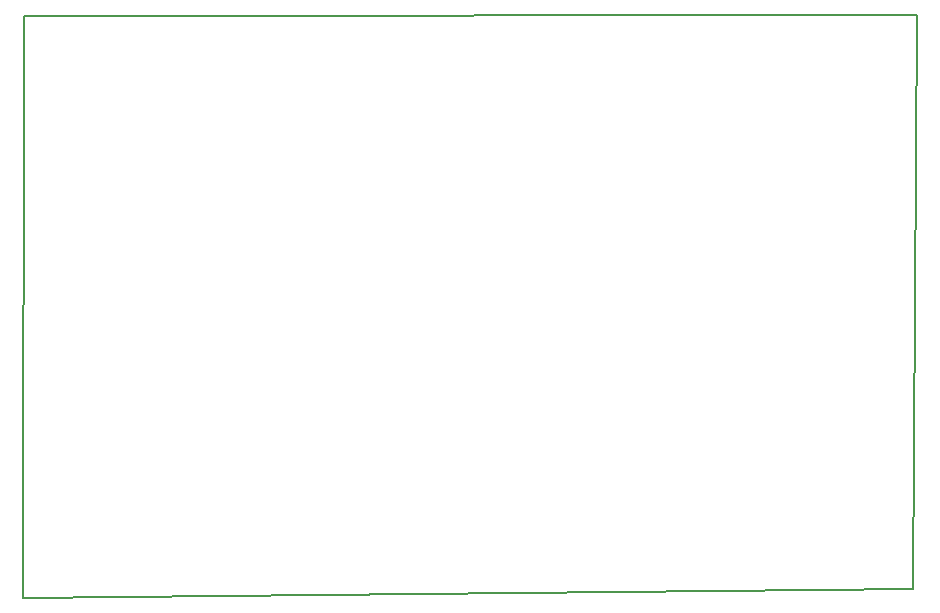
<source format=gbr>
G04 #@! TF.GenerationSoftware,KiCad,Pcbnew,(5.1.2)-1*
G04 #@! TF.CreationDate,2019-07-06T17:21:48-05:00*
G04 #@! TF.ProjectId,Proyecto,50726f79-6563-4746-9f2e-6b696361645f,rev?*
G04 #@! TF.SameCoordinates,Original*
G04 #@! TF.FileFunction,Other,ECO2*
%FSLAX46Y46*%
G04 Gerber Fmt 4.6, Leading zero omitted, Abs format (unit mm)*
G04 Created by KiCad (PCBNEW (5.1.2)-1) date 2019-07-06 17:21:48*
%MOMM*%
%LPD*%
G04 APERTURE LIST*
%ADD10C,0.150000*%
G04 APERTURE END LIST*
D10*
X180124100Y-56616600D02*
X104584500Y-56642000D01*
X179844700Y-105194100D02*
X180124100Y-56616600D01*
X104482900Y-105905300D02*
X179844700Y-105194100D01*
X104584500Y-56642000D02*
X104482900Y-105905300D01*
M02*

</source>
